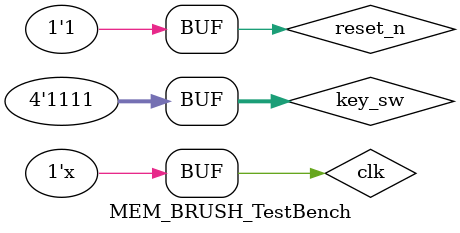
<source format=sv>
`timescale 1 ns / 1 ns

module MEM_BRUSH_TestBench();
parameter RAMLENGTH  = 800,
		  DATA_WIDTH=6,
		  ADDR_WIDTH=10,
		  V_BOTTOM = 1,
          V_SYNC   = 3,
          V_TOP    = 30,
		  H_FRONT  =  80,
          H_SYNC   =  136,
          H_BACK   =  216,
		  RESOLUTION_H = 640,
		  RESOLUTION_V = 480,
		  DEBOUNCE_TIMER = 4,
		  BRUSH_SLOWNESS = 4,
		  X_WIRE_WIDTH = $clog2 (RESOLUTION_H+H_FRONT+H_SYNC+H_BACK),
		  Y_WIRE_WIDTH = $clog2 (RESOLUTION_V+V_BOTTOM+V_SYNC+V_TOP);

reg clk, reset_n, hsync, vsync;
reg [3:0] key_sw;
reg [2:0] rgb;

int hpos_check[10];
int vpos_check[10];
int RGB_check[10];

	 wire [3:0] BTN,BTN_POSEDGE,BTN_NEGEDGE;
	 wire enable,pllclk,fifoempty,fifofull,display_on,fifopush,fifopop;;
	 // webuf - write enable for framebuffer and decoder;
	 //rinwire - r component of rgb pixel, which supposed to be written to memory
	
	 wire [2:0] RGBfifo,FB_RGB,brush_RGB;//ROM_RGB;
	
	 wire [X_WIRE_WIDTH - 1:0] hpos,hpos_to_fb,hposfifo,brush_hpos;//ROM_hpos;

	 wire [Y_WIRE_WIDTH - 1:0] vpos,vpos_to_fb,vposfifo,brush_vpos;//ROM_vpos;

	 wire [DATA_WIDTH-1:0] datainbuf_R,datainbuf_G,datainbuf_B,dataoutbuf_R, dataoutbuf_G, dataoutbuf_B;

	 wire [ADDR_WIDTH:0]resetcnt;
	
	vga
    # (
        .HPOS_WIDTH ( X_WIRE_WIDTH    ),
        .VPOS_WIDTH ( Y_WIRE_WIDTH    ),
        
		.H_DISPLAY( RESOLUTION_H ),
        .H_FRONT  (	H_FRONT		 ),
        .H_SYNC   (	H_SYNC		 ),
        .H_BACK   (	H_BACK		 ),
        .V_DISPLAY(	RESOLUTION_V ),
        .V_BOTTOM (	V_BOTTOM	 ),
        .V_SYNC   (	V_SYNC		 ),
        .V_TOP    (	V_TOP		 )
    )
    i_vga
    (
        .clk        ( clk     ), 
        .reset      ( ~reset_n   ),
        .hsync      ( hsync      ),
        .vsync      ( vsync      ),
        .display_on ( display_on ),
        .hpos       ( hpos    	 ),
        .vpos       ( vpos    	 ),
		.enable	  	( enable	 )
    );
	
	 button_debouncer 
	 #(
	 .DEBOUNCE_TIMER( DEBOUNCE_TIMER)
	 )
	 Debouncer
	 (
	  .clk			( clk			), 
	  .reset		( ~reset_n 		),
	  .RAW_BTN		( ~key_sw		),
	  .BTN			( BTN		 	),
	  .BTN_POSEDGE	( BTN_POSEDGE	),
	  .BTN_NEGEDGE	( BTN_NEGEDGE	)
	 );
	 
	 brush
	 #(
	 .SLOWNESS		 ( BRUSH_SLOWNESS),
	 .RESOLUTION_H   ( RESOLUTION_H  ),
	 .RESOLUTION_V   ( RESOLUTION_V  ),
	 .HPOS_WIDTH	 ( X_WIRE_WIDTH  ),
	 .VPOS_WIDTH 	 ( Y_WIRE_WIDTH  )
	 )
	 Painting_Brush
	 (
	  .clk		  	 ( clk		  ),
	  .reset	  	 ( ~reset_n   ),
	  .BTN		  	 ( BTN		  ), // [2:0]movedirection=[2:0]key_sw
	  .BTN_POSEDGE	 ( BTN_POSEDGE),
	  .display_on	 ( display_on ),
	  .hpos		  	 ( hpos		  ),
	  .vpos		  	 ( vpos		  ),
	  .FB_RGB	  	 ( FB_RGB	  ),
	  .memenable	 ( enable 	  ),
	  .rgb		  	 ( rgb		  ),
	  .writergb		 ( brush_RGB  ),
	  .fifopush  	 ( fifopush	  ),
	  .fifofull		 ( fifofull   ),
	  .writecounter_x( brush_hpos ),
	  .writecounter_y( brush_vpos )
	 );	 
	 
	 FIFO_top
	 #(.HPOS_WIDTH	 (X_WIRE_WIDTH),
		.VPOS_WIDTH	 (Y_WIRE_WIDTH)
		)
	 FIFO
	 (
			.clk		(clk	   ),
			.rst		(~reset_n  ),
			.push		(fifopush  ),
			.toppop		(fifopop   ),
			.hpos_write	(brush_hpos),
			.vpos_write	(brush_vpos),
			.RGB_write	(brush_RGB ),
			.hpos_read	(hposfifo  ),
			.vpos_read	(vposfifo  ),
			.RGB_read   (RGBfifo   ),
			.full		(fifofull  ),
			.empty		(fifoempty )
	);
	 
	 
	 RGBMemory_top
	 #(
		.RAMLENGTH	 (RAMLENGTH	  ), //RAMLENGTH*DATAWIDTH = 4800 = 80x60 RAM RESOLUTION
		.DATA_WIDTH	 (DATA_WIDTH  ),
		.X_WIRE_WIDTH(X_WIRE_WIDTH),
		.Y_WIRE_WIDTH(Y_WIRE_WIDTH),
		.ADDR_WIDTH	 (ADDR_WIDTH  ),
		.RESOLUTION_H(RESOLUTION_H),
		.RESOLUTION_V(RESOLUTION_V)
	 )
	 FrameBuffer
	 (
		.display_on( display_on	  ),
		.clk	   ( clk		  ),
		.memreset  ( enable		  ),
		.reset_n   ( ~reset_n	  ),
		.resetcnt  ( resetcnt	  ),
		.RGBin	   ( RGBfifo	  ),
		.hpos	   ( hpos_to_fb	  ),
		.vpos	   ( vpos_to_fb	  ),
		.RGB	   ( FB_RGB		  ),
		.fifoempty ( fifoempty	  )
	 );
	 
	 memsyncreset
	 #(
	 .ADDR_WIDTH   ( ADDR_WIDTH	  ),
	 .RAMLENGTH    ( RAMLENGTH    )
	 )
	 memsyncreset
	 (
	 .clk		   ( clk		  ), 
	 .memreset	   ( ~reset_n	  ),
	 .resetcnt	   ( resetcnt	  ),
	 .memenable	   ( enable		  )
	 );
	 
	assign hpos_to_fb = (display_on) ? hpos : hposfifo;
	assign vpos_to_fb = (display_on) ? vpos : vposfifo;
	assign fifopop = ~display_on&&~fifoempty;

always #5 clk=~clk;

initial begin
clk=0;
reset_n = 1;
key_sw = '1;
#10;
reset_n = 0;
#10;
reset_n = 1;
#13000;
key_sw = 4'b0111;
#10000;
key_sw = '1;
end

endmodule
</source>
